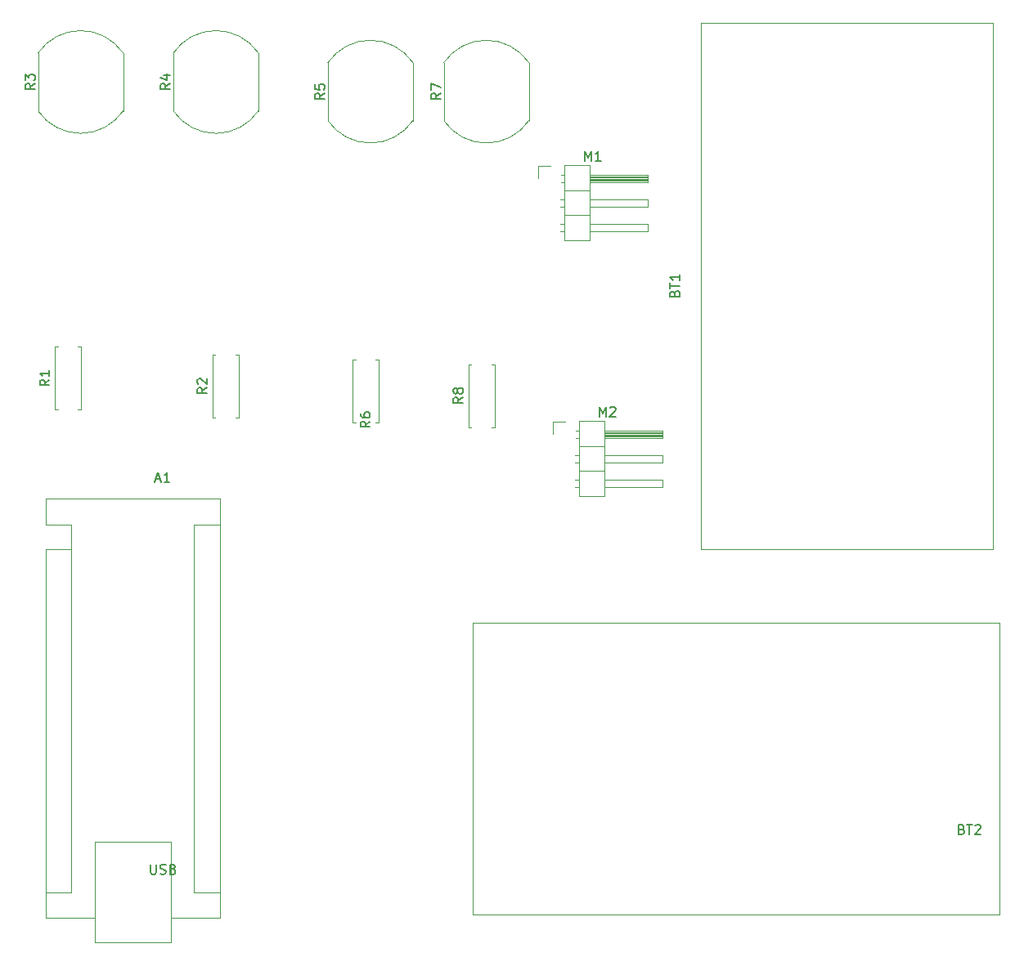
<source format=gbr>
%TF.GenerationSoftware,KiCad,Pcbnew,8.0.8*%
%TF.CreationDate,2025-10-11T21:39:39+03:00*%
%TF.ProjectId,Dual solar tracking system before routing Austin,4475616c-2073-46f6-9c61-722074726163,rev?*%
%TF.SameCoordinates,Original*%
%TF.FileFunction,Legend,Top*%
%TF.FilePolarity,Positive*%
%FSLAX46Y46*%
G04 Gerber Fmt 4.6, Leading zero omitted, Abs format (unit mm)*
G04 Created by KiCad (PCBNEW 8.0.8) date 2025-10-11 21:39:39*
%MOMM*%
%LPD*%
G01*
G04 APERTURE LIST*
%ADD10C,0.150000*%
%ADD11C,0.120000*%
G04 APERTURE END LIST*
D10*
X87274819Y-86856666D02*
X86798628Y-87189999D01*
X87274819Y-87428094D02*
X86274819Y-87428094D01*
X86274819Y-87428094D02*
X86274819Y-87047142D01*
X86274819Y-87047142D02*
X86322438Y-86951904D01*
X86322438Y-86951904D02*
X86370057Y-86904285D01*
X86370057Y-86904285D02*
X86465295Y-86856666D01*
X86465295Y-86856666D02*
X86608152Y-86856666D01*
X86608152Y-86856666D02*
X86703390Y-86904285D01*
X86703390Y-86904285D02*
X86751009Y-86951904D01*
X86751009Y-86951904D02*
X86798628Y-87047142D01*
X86798628Y-87047142D02*
X86798628Y-87428094D01*
X87274819Y-85904285D02*
X87274819Y-86475713D01*
X87274819Y-86189999D02*
X86274819Y-86189999D01*
X86274819Y-86189999D02*
X86417676Y-86285237D01*
X86417676Y-86285237D02*
X86512914Y-86380475D01*
X86512914Y-86380475D02*
X86560533Y-86475713D01*
X142700476Y-64159819D02*
X142700476Y-63159819D01*
X142700476Y-63159819D02*
X143033809Y-63874104D01*
X143033809Y-63874104D02*
X143367142Y-63159819D01*
X143367142Y-63159819D02*
X143367142Y-64159819D01*
X144367142Y-64159819D02*
X143795714Y-64159819D01*
X144081428Y-64159819D02*
X144081428Y-63159819D01*
X144081428Y-63159819D02*
X143986190Y-63302676D01*
X143986190Y-63302676D02*
X143890952Y-63397914D01*
X143890952Y-63397914D02*
X143795714Y-63445533D01*
X99754819Y-56166666D02*
X99278628Y-56499999D01*
X99754819Y-56738094D02*
X98754819Y-56738094D01*
X98754819Y-56738094D02*
X98754819Y-56357142D01*
X98754819Y-56357142D02*
X98802438Y-56261904D01*
X98802438Y-56261904D02*
X98850057Y-56214285D01*
X98850057Y-56214285D02*
X98945295Y-56166666D01*
X98945295Y-56166666D02*
X99088152Y-56166666D01*
X99088152Y-56166666D02*
X99183390Y-56214285D01*
X99183390Y-56214285D02*
X99231009Y-56261904D01*
X99231009Y-56261904D02*
X99278628Y-56357142D01*
X99278628Y-56357142D02*
X99278628Y-56738094D01*
X99088152Y-55309523D02*
X99754819Y-55309523D01*
X98707200Y-55547618D02*
X99421485Y-55785713D01*
X99421485Y-55785713D02*
X99421485Y-55166666D01*
X127754819Y-57166666D02*
X127278628Y-57499999D01*
X127754819Y-57738094D02*
X126754819Y-57738094D01*
X126754819Y-57738094D02*
X126754819Y-57357142D01*
X126754819Y-57357142D02*
X126802438Y-57261904D01*
X126802438Y-57261904D02*
X126850057Y-57214285D01*
X126850057Y-57214285D02*
X126945295Y-57166666D01*
X126945295Y-57166666D02*
X127088152Y-57166666D01*
X127088152Y-57166666D02*
X127183390Y-57214285D01*
X127183390Y-57214285D02*
X127231009Y-57261904D01*
X127231009Y-57261904D02*
X127278628Y-57357142D01*
X127278628Y-57357142D02*
X127278628Y-57738094D01*
X126754819Y-56833332D02*
X126754819Y-56166666D01*
X126754819Y-56166666D02*
X127754819Y-56595237D01*
X120454819Y-91166666D02*
X119978628Y-91499999D01*
X120454819Y-91738094D02*
X119454819Y-91738094D01*
X119454819Y-91738094D02*
X119454819Y-91357142D01*
X119454819Y-91357142D02*
X119502438Y-91261904D01*
X119502438Y-91261904D02*
X119550057Y-91214285D01*
X119550057Y-91214285D02*
X119645295Y-91166666D01*
X119645295Y-91166666D02*
X119788152Y-91166666D01*
X119788152Y-91166666D02*
X119883390Y-91214285D01*
X119883390Y-91214285D02*
X119931009Y-91261904D01*
X119931009Y-91261904D02*
X119978628Y-91357142D01*
X119978628Y-91357142D02*
X119978628Y-91738094D01*
X119454819Y-90309523D02*
X119454819Y-90499999D01*
X119454819Y-90499999D02*
X119502438Y-90595237D01*
X119502438Y-90595237D02*
X119550057Y-90642856D01*
X119550057Y-90642856D02*
X119692914Y-90738094D01*
X119692914Y-90738094D02*
X119883390Y-90785713D01*
X119883390Y-90785713D02*
X120264342Y-90785713D01*
X120264342Y-90785713D02*
X120359580Y-90738094D01*
X120359580Y-90738094D02*
X120407200Y-90690475D01*
X120407200Y-90690475D02*
X120454819Y-90595237D01*
X120454819Y-90595237D02*
X120454819Y-90404761D01*
X120454819Y-90404761D02*
X120407200Y-90309523D01*
X120407200Y-90309523D02*
X120359580Y-90261904D01*
X120359580Y-90261904D02*
X120264342Y-90214285D01*
X120264342Y-90214285D02*
X120026247Y-90214285D01*
X120026247Y-90214285D02*
X119931009Y-90261904D01*
X119931009Y-90261904D02*
X119883390Y-90309523D01*
X119883390Y-90309523D02*
X119835771Y-90404761D01*
X119835771Y-90404761D02*
X119835771Y-90595237D01*
X119835771Y-90595237D02*
X119883390Y-90690475D01*
X119883390Y-90690475D02*
X119931009Y-90738094D01*
X119931009Y-90738094D02*
X120026247Y-90785713D01*
X130084819Y-88666666D02*
X129608628Y-88999999D01*
X130084819Y-89238094D02*
X129084819Y-89238094D01*
X129084819Y-89238094D02*
X129084819Y-88857142D01*
X129084819Y-88857142D02*
X129132438Y-88761904D01*
X129132438Y-88761904D02*
X129180057Y-88714285D01*
X129180057Y-88714285D02*
X129275295Y-88666666D01*
X129275295Y-88666666D02*
X129418152Y-88666666D01*
X129418152Y-88666666D02*
X129513390Y-88714285D01*
X129513390Y-88714285D02*
X129561009Y-88761904D01*
X129561009Y-88761904D02*
X129608628Y-88857142D01*
X129608628Y-88857142D02*
X129608628Y-89238094D01*
X129513390Y-88095237D02*
X129465771Y-88190475D01*
X129465771Y-88190475D02*
X129418152Y-88238094D01*
X129418152Y-88238094D02*
X129322914Y-88285713D01*
X129322914Y-88285713D02*
X129275295Y-88285713D01*
X129275295Y-88285713D02*
X129180057Y-88238094D01*
X129180057Y-88238094D02*
X129132438Y-88190475D01*
X129132438Y-88190475D02*
X129084819Y-88095237D01*
X129084819Y-88095237D02*
X129084819Y-87904761D01*
X129084819Y-87904761D02*
X129132438Y-87809523D01*
X129132438Y-87809523D02*
X129180057Y-87761904D01*
X129180057Y-87761904D02*
X129275295Y-87714285D01*
X129275295Y-87714285D02*
X129322914Y-87714285D01*
X129322914Y-87714285D02*
X129418152Y-87761904D01*
X129418152Y-87761904D02*
X129465771Y-87809523D01*
X129465771Y-87809523D02*
X129513390Y-87904761D01*
X129513390Y-87904761D02*
X129513390Y-88095237D01*
X129513390Y-88095237D02*
X129561009Y-88190475D01*
X129561009Y-88190475D02*
X129608628Y-88238094D01*
X129608628Y-88238094D02*
X129703866Y-88285713D01*
X129703866Y-88285713D02*
X129894342Y-88285713D01*
X129894342Y-88285713D02*
X129989580Y-88238094D01*
X129989580Y-88238094D02*
X130037200Y-88190475D01*
X130037200Y-88190475D02*
X130084819Y-88095237D01*
X130084819Y-88095237D02*
X130084819Y-87904761D01*
X130084819Y-87904761D02*
X130037200Y-87809523D01*
X130037200Y-87809523D02*
X129989580Y-87761904D01*
X129989580Y-87761904D02*
X129894342Y-87714285D01*
X129894342Y-87714285D02*
X129703866Y-87714285D01*
X129703866Y-87714285D02*
X129608628Y-87761904D01*
X129608628Y-87761904D02*
X129561009Y-87809523D01*
X129561009Y-87809523D02*
X129513390Y-87904761D01*
X103584819Y-87666666D02*
X103108628Y-87999999D01*
X103584819Y-88238094D02*
X102584819Y-88238094D01*
X102584819Y-88238094D02*
X102584819Y-87857142D01*
X102584819Y-87857142D02*
X102632438Y-87761904D01*
X102632438Y-87761904D02*
X102680057Y-87714285D01*
X102680057Y-87714285D02*
X102775295Y-87666666D01*
X102775295Y-87666666D02*
X102918152Y-87666666D01*
X102918152Y-87666666D02*
X103013390Y-87714285D01*
X103013390Y-87714285D02*
X103061009Y-87761904D01*
X103061009Y-87761904D02*
X103108628Y-87857142D01*
X103108628Y-87857142D02*
X103108628Y-88238094D01*
X102680057Y-87285713D02*
X102632438Y-87238094D01*
X102632438Y-87238094D02*
X102584819Y-87142856D01*
X102584819Y-87142856D02*
X102584819Y-86904761D01*
X102584819Y-86904761D02*
X102632438Y-86809523D01*
X102632438Y-86809523D02*
X102680057Y-86761904D01*
X102680057Y-86761904D02*
X102775295Y-86714285D01*
X102775295Y-86714285D02*
X102870533Y-86714285D01*
X102870533Y-86714285D02*
X103013390Y-86761904D01*
X103013390Y-86761904D02*
X103584819Y-87333332D01*
X103584819Y-87333332D02*
X103584819Y-86714285D01*
X152001009Y-77915714D02*
X152048628Y-77772857D01*
X152048628Y-77772857D02*
X152096247Y-77725238D01*
X152096247Y-77725238D02*
X152191485Y-77677619D01*
X152191485Y-77677619D02*
X152334342Y-77677619D01*
X152334342Y-77677619D02*
X152429580Y-77725238D01*
X152429580Y-77725238D02*
X152477200Y-77772857D01*
X152477200Y-77772857D02*
X152524819Y-77868095D01*
X152524819Y-77868095D02*
X152524819Y-78249047D01*
X152524819Y-78249047D02*
X151524819Y-78249047D01*
X151524819Y-78249047D02*
X151524819Y-77915714D01*
X151524819Y-77915714D02*
X151572438Y-77820476D01*
X151572438Y-77820476D02*
X151620057Y-77772857D01*
X151620057Y-77772857D02*
X151715295Y-77725238D01*
X151715295Y-77725238D02*
X151810533Y-77725238D01*
X151810533Y-77725238D02*
X151905771Y-77772857D01*
X151905771Y-77772857D02*
X151953390Y-77820476D01*
X151953390Y-77820476D02*
X152001009Y-77915714D01*
X152001009Y-77915714D02*
X152001009Y-78249047D01*
X151524819Y-77391904D02*
X151524819Y-76820476D01*
X152524819Y-77106190D02*
X151524819Y-77106190D01*
X152524819Y-75963333D02*
X152524819Y-76534761D01*
X152524819Y-76249047D02*
X151524819Y-76249047D01*
X151524819Y-76249047D02*
X151667676Y-76344285D01*
X151667676Y-76344285D02*
X151762914Y-76439523D01*
X151762914Y-76439523D02*
X151810533Y-76534761D01*
X98285714Y-97149104D02*
X98761904Y-97149104D01*
X98190476Y-97434819D02*
X98523809Y-96434819D01*
X98523809Y-96434819D02*
X98857142Y-97434819D01*
X99714285Y-97434819D02*
X99142857Y-97434819D01*
X99428571Y-97434819D02*
X99428571Y-96434819D01*
X99428571Y-96434819D02*
X99333333Y-96577676D01*
X99333333Y-96577676D02*
X99238095Y-96672914D01*
X99238095Y-96672914D02*
X99142857Y-96720533D01*
X97738095Y-137074819D02*
X97738095Y-137884342D01*
X97738095Y-137884342D02*
X97785714Y-137979580D01*
X97785714Y-137979580D02*
X97833333Y-138027200D01*
X97833333Y-138027200D02*
X97928571Y-138074819D01*
X97928571Y-138074819D02*
X98119047Y-138074819D01*
X98119047Y-138074819D02*
X98214285Y-138027200D01*
X98214285Y-138027200D02*
X98261904Y-137979580D01*
X98261904Y-137979580D02*
X98309523Y-137884342D01*
X98309523Y-137884342D02*
X98309523Y-137074819D01*
X98738095Y-138027200D02*
X98880952Y-138074819D01*
X98880952Y-138074819D02*
X99119047Y-138074819D01*
X99119047Y-138074819D02*
X99214285Y-138027200D01*
X99214285Y-138027200D02*
X99261904Y-137979580D01*
X99261904Y-137979580D02*
X99309523Y-137884342D01*
X99309523Y-137884342D02*
X99309523Y-137789104D01*
X99309523Y-137789104D02*
X99261904Y-137693866D01*
X99261904Y-137693866D02*
X99214285Y-137646247D01*
X99214285Y-137646247D02*
X99119047Y-137598628D01*
X99119047Y-137598628D02*
X98928571Y-137551009D01*
X98928571Y-137551009D02*
X98833333Y-137503390D01*
X98833333Y-137503390D02*
X98785714Y-137455771D01*
X98785714Y-137455771D02*
X98738095Y-137360533D01*
X98738095Y-137360533D02*
X98738095Y-137265295D01*
X98738095Y-137265295D02*
X98785714Y-137170057D01*
X98785714Y-137170057D02*
X98833333Y-137122438D01*
X98833333Y-137122438D02*
X98928571Y-137074819D01*
X98928571Y-137074819D02*
X99166666Y-137074819D01*
X99166666Y-137074819D02*
X99309523Y-137122438D01*
X100071428Y-137551009D02*
X100214285Y-137598628D01*
X100214285Y-137598628D02*
X100261904Y-137646247D01*
X100261904Y-137646247D02*
X100309523Y-137741485D01*
X100309523Y-137741485D02*
X100309523Y-137884342D01*
X100309523Y-137884342D02*
X100261904Y-137979580D01*
X100261904Y-137979580D02*
X100214285Y-138027200D01*
X100214285Y-138027200D02*
X100119047Y-138074819D01*
X100119047Y-138074819D02*
X99738095Y-138074819D01*
X99738095Y-138074819D02*
X99738095Y-137074819D01*
X99738095Y-137074819D02*
X100071428Y-137074819D01*
X100071428Y-137074819D02*
X100166666Y-137122438D01*
X100166666Y-137122438D02*
X100214285Y-137170057D01*
X100214285Y-137170057D02*
X100261904Y-137265295D01*
X100261904Y-137265295D02*
X100261904Y-137360533D01*
X100261904Y-137360533D02*
X100214285Y-137455771D01*
X100214285Y-137455771D02*
X100166666Y-137503390D01*
X100166666Y-137503390D02*
X100071428Y-137551009D01*
X100071428Y-137551009D02*
X99738095Y-137551009D01*
X144200476Y-90659819D02*
X144200476Y-89659819D01*
X144200476Y-89659819D02*
X144533809Y-90374104D01*
X144533809Y-90374104D02*
X144867142Y-89659819D01*
X144867142Y-89659819D02*
X144867142Y-90659819D01*
X145295714Y-89755057D02*
X145343333Y-89707438D01*
X145343333Y-89707438D02*
X145438571Y-89659819D01*
X145438571Y-89659819D02*
X145676666Y-89659819D01*
X145676666Y-89659819D02*
X145771904Y-89707438D01*
X145771904Y-89707438D02*
X145819523Y-89755057D01*
X145819523Y-89755057D02*
X145867142Y-89850295D01*
X145867142Y-89850295D02*
X145867142Y-89945533D01*
X145867142Y-89945533D02*
X145819523Y-90088390D01*
X145819523Y-90088390D02*
X145248095Y-90659819D01*
X145248095Y-90659819D02*
X145867142Y-90659819D01*
X85754819Y-56166666D02*
X85278628Y-56499999D01*
X85754819Y-56738094D02*
X84754819Y-56738094D01*
X84754819Y-56738094D02*
X84754819Y-56357142D01*
X84754819Y-56357142D02*
X84802438Y-56261904D01*
X84802438Y-56261904D02*
X84850057Y-56214285D01*
X84850057Y-56214285D02*
X84945295Y-56166666D01*
X84945295Y-56166666D02*
X85088152Y-56166666D01*
X85088152Y-56166666D02*
X85183390Y-56214285D01*
X85183390Y-56214285D02*
X85231009Y-56261904D01*
X85231009Y-56261904D02*
X85278628Y-56357142D01*
X85278628Y-56357142D02*
X85278628Y-56738094D01*
X84754819Y-55833332D02*
X84754819Y-55214285D01*
X84754819Y-55214285D02*
X85135771Y-55547618D01*
X85135771Y-55547618D02*
X85135771Y-55404761D01*
X85135771Y-55404761D02*
X85183390Y-55309523D01*
X85183390Y-55309523D02*
X85231009Y-55261904D01*
X85231009Y-55261904D02*
X85326247Y-55214285D01*
X85326247Y-55214285D02*
X85564342Y-55214285D01*
X85564342Y-55214285D02*
X85659580Y-55261904D01*
X85659580Y-55261904D02*
X85707200Y-55309523D01*
X85707200Y-55309523D02*
X85754819Y-55404761D01*
X85754819Y-55404761D02*
X85754819Y-55690475D01*
X85754819Y-55690475D02*
X85707200Y-55785713D01*
X85707200Y-55785713D02*
X85659580Y-55833332D01*
X115754819Y-57166666D02*
X115278628Y-57499999D01*
X115754819Y-57738094D02*
X114754819Y-57738094D01*
X114754819Y-57738094D02*
X114754819Y-57357142D01*
X114754819Y-57357142D02*
X114802438Y-57261904D01*
X114802438Y-57261904D02*
X114850057Y-57214285D01*
X114850057Y-57214285D02*
X114945295Y-57166666D01*
X114945295Y-57166666D02*
X115088152Y-57166666D01*
X115088152Y-57166666D02*
X115183390Y-57214285D01*
X115183390Y-57214285D02*
X115231009Y-57261904D01*
X115231009Y-57261904D02*
X115278628Y-57357142D01*
X115278628Y-57357142D02*
X115278628Y-57738094D01*
X114754819Y-56261904D02*
X114754819Y-56738094D01*
X114754819Y-56738094D02*
X115231009Y-56785713D01*
X115231009Y-56785713D02*
X115183390Y-56738094D01*
X115183390Y-56738094D02*
X115135771Y-56642856D01*
X115135771Y-56642856D02*
X115135771Y-56404761D01*
X115135771Y-56404761D02*
X115183390Y-56309523D01*
X115183390Y-56309523D02*
X115231009Y-56261904D01*
X115231009Y-56261904D02*
X115326247Y-56214285D01*
X115326247Y-56214285D02*
X115564342Y-56214285D01*
X115564342Y-56214285D02*
X115659580Y-56261904D01*
X115659580Y-56261904D02*
X115707200Y-56309523D01*
X115707200Y-56309523D02*
X115754819Y-56404761D01*
X115754819Y-56404761D02*
X115754819Y-56642856D01*
X115754819Y-56642856D02*
X115707200Y-56738094D01*
X115707200Y-56738094D02*
X115659580Y-56785713D01*
X181714285Y-133431009D02*
X181857142Y-133478628D01*
X181857142Y-133478628D02*
X181904761Y-133526247D01*
X181904761Y-133526247D02*
X181952380Y-133621485D01*
X181952380Y-133621485D02*
X181952380Y-133764342D01*
X181952380Y-133764342D02*
X181904761Y-133859580D01*
X181904761Y-133859580D02*
X181857142Y-133907200D01*
X181857142Y-133907200D02*
X181761904Y-133954819D01*
X181761904Y-133954819D02*
X181380952Y-133954819D01*
X181380952Y-133954819D02*
X181380952Y-132954819D01*
X181380952Y-132954819D02*
X181714285Y-132954819D01*
X181714285Y-132954819D02*
X181809523Y-133002438D01*
X181809523Y-133002438D02*
X181857142Y-133050057D01*
X181857142Y-133050057D02*
X181904761Y-133145295D01*
X181904761Y-133145295D02*
X181904761Y-133240533D01*
X181904761Y-133240533D02*
X181857142Y-133335771D01*
X181857142Y-133335771D02*
X181809523Y-133383390D01*
X181809523Y-133383390D02*
X181714285Y-133431009D01*
X181714285Y-133431009D02*
X181380952Y-133431009D01*
X182238095Y-132954819D02*
X182809523Y-132954819D01*
X182523809Y-133954819D02*
X182523809Y-132954819D01*
X183095238Y-133050057D02*
X183142857Y-133002438D01*
X183142857Y-133002438D02*
X183238095Y-132954819D01*
X183238095Y-132954819D02*
X183476190Y-132954819D01*
X183476190Y-132954819D02*
X183571428Y-133002438D01*
X183571428Y-133002438D02*
X183619047Y-133050057D01*
X183619047Y-133050057D02*
X183666666Y-133145295D01*
X183666666Y-133145295D02*
X183666666Y-133240533D01*
X183666666Y-133240533D02*
X183619047Y-133383390D01*
X183619047Y-133383390D02*
X183047619Y-133954819D01*
X183047619Y-133954819D02*
X183666666Y-133954819D01*
D11*
%TO.C,R1*%
X87820000Y-83420000D02*
X88150000Y-83420000D01*
X87820000Y-89960000D02*
X87820000Y-83420000D01*
X88150000Y-89960000D02*
X87820000Y-89960000D01*
X90230000Y-89960000D02*
X90560000Y-89960000D01*
X90560000Y-83420000D02*
X90230000Y-83420000D01*
X90560000Y-89960000D02*
X90560000Y-83420000D01*
%TO.C,M1*%
X137855000Y-64705000D02*
X139125000Y-64705000D01*
X137855000Y-65975000D02*
X137855000Y-64705000D01*
X140167929Y-68135000D02*
X140565000Y-68135000D01*
X140167929Y-68895000D02*
X140565000Y-68895000D01*
X140167929Y-70675000D02*
X140565000Y-70675000D01*
X140167929Y-71435000D02*
X140565000Y-71435000D01*
X140235000Y-65595000D02*
X140565000Y-65595000D01*
X140235000Y-66355000D02*
X140565000Y-66355000D01*
X140565000Y-64645000D02*
X140565000Y-72385000D01*
X140565000Y-67245000D02*
X143225000Y-67245000D01*
X140565000Y-69785000D02*
X143225000Y-69785000D01*
X140565000Y-72385000D02*
X143225000Y-72385000D01*
X143225000Y-64645000D02*
X140565000Y-64645000D01*
X143225000Y-65595000D02*
X149225000Y-65595000D01*
X143225000Y-65655000D02*
X149225000Y-65655000D01*
X143225000Y-65775000D02*
X149225000Y-65775000D01*
X143225000Y-65895000D02*
X149225000Y-65895000D01*
X143225000Y-66015000D02*
X149225000Y-66015000D01*
X143225000Y-66135000D02*
X149225000Y-66135000D01*
X143225000Y-66255000D02*
X149225000Y-66255000D01*
X143225000Y-68135000D02*
X149225000Y-68135000D01*
X143225000Y-70675000D02*
X149225000Y-70675000D01*
X143225000Y-72385000D02*
X143225000Y-64645000D01*
X149225000Y-65595000D02*
X149225000Y-66355000D01*
X149225000Y-66355000D02*
X143225000Y-66355000D01*
X149225000Y-68135000D02*
X149225000Y-68895000D01*
X149225000Y-68895000D02*
X143225000Y-68895000D01*
X149225000Y-70675000D02*
X149225000Y-71435000D01*
X149225000Y-71435000D02*
X143225000Y-71435000D01*
%TO.C,R4*%
X100100000Y-59000000D02*
X100100000Y-53000000D01*
X108900000Y-59000000D02*
X108900000Y-53000000D01*
X100100000Y-53000000D02*
G75*
G02*
X108877560Y-52967350I4400000J-3000000D01*
G01*
X108900000Y-59000000D02*
G75*
G02*
X100122440Y-59032650I-4400000J3000000D01*
G01*
%TO.C,R7*%
X128100000Y-60000000D02*
X128100000Y-54000000D01*
X136900000Y-60000000D02*
X136900000Y-54000000D01*
X128100000Y-54000000D02*
G75*
G02*
X136877560Y-53967350I4400000J-3000000D01*
G01*
X136900000Y-60000000D02*
G75*
G02*
X128122440Y-60032650I-4400000J3000000D01*
G01*
%TO.C,R6*%
X118630000Y-84730000D02*
X118960000Y-84730000D01*
X118630000Y-91270000D02*
X118630000Y-84730000D01*
X118960000Y-91270000D02*
X118630000Y-91270000D01*
X121040000Y-91270000D02*
X121370000Y-91270000D01*
X121370000Y-84730000D02*
X121040000Y-84730000D01*
X121370000Y-91270000D02*
X121370000Y-84730000D01*
%TO.C,R8*%
X130630000Y-85230000D02*
X130960000Y-85230000D01*
X130630000Y-91770000D02*
X130630000Y-85230000D01*
X130960000Y-91770000D02*
X130630000Y-91770000D01*
X133040000Y-91770000D02*
X133370000Y-91770000D01*
X133370000Y-85230000D02*
X133040000Y-85230000D01*
X133370000Y-91770000D02*
X133370000Y-85230000D01*
%TO.C,R2*%
X104130000Y-84230000D02*
X104460000Y-84230000D01*
X104130000Y-90770000D02*
X104130000Y-84230000D01*
X104460000Y-90770000D02*
X104130000Y-90770000D01*
X106540000Y-90770000D02*
X106870000Y-90770000D01*
X106870000Y-84230000D02*
X106540000Y-84230000D01*
X106870000Y-90770000D02*
X106870000Y-84230000D01*
%TO.C,BT1*%
X154750000Y-49900000D02*
X184950000Y-49900000D01*
X154750000Y-104400000D02*
X154750000Y-49900000D01*
X184950000Y-49900000D02*
X184950000Y-104400000D01*
X184950000Y-104400000D02*
X154750000Y-104400000D01*
%TO.C,A1*%
X86860000Y-99160000D02*
X86860000Y-101830000D01*
X86860000Y-104370000D02*
X86860000Y-142600000D01*
X86860000Y-142600000D02*
X91940000Y-142600000D01*
X89530000Y-101830000D02*
X86860000Y-101830000D01*
X89530000Y-104370000D02*
X86860000Y-104370000D01*
X89530000Y-104370000D02*
X89530000Y-101830000D01*
X89530000Y-104370000D02*
X89530000Y-139930000D01*
X89530000Y-139930000D02*
X86860000Y-139930000D01*
X91940000Y-134720000D02*
X99820000Y-134720000D01*
X91940000Y-145140000D02*
X91940000Y-134720000D01*
X99820000Y-134720000D02*
X99820000Y-145140000D01*
X99820000Y-145140000D02*
X91940000Y-145140000D01*
X102230000Y-101830000D02*
X102230000Y-139930000D01*
X102230000Y-101830000D02*
X104900000Y-101830000D01*
X102230000Y-139930000D02*
X104900000Y-139930000D01*
X104900000Y-99160000D02*
X86860000Y-99160000D01*
X104900000Y-142600000D02*
X99820000Y-142600000D01*
X104900000Y-142600000D02*
X104900000Y-99160000D01*
%TO.C,M2*%
X139355000Y-91205000D02*
X140625000Y-91205000D01*
X139355000Y-92475000D02*
X139355000Y-91205000D01*
X141667929Y-94635000D02*
X142065000Y-94635000D01*
X141667929Y-95395000D02*
X142065000Y-95395000D01*
X141667929Y-97175000D02*
X142065000Y-97175000D01*
X141667929Y-97935000D02*
X142065000Y-97935000D01*
X141735000Y-92095000D02*
X142065000Y-92095000D01*
X141735000Y-92855000D02*
X142065000Y-92855000D01*
X142065000Y-91145000D02*
X142065000Y-98885000D01*
X142065000Y-93745000D02*
X144725000Y-93745000D01*
X142065000Y-96285000D02*
X144725000Y-96285000D01*
X142065000Y-98885000D02*
X144725000Y-98885000D01*
X144725000Y-91145000D02*
X142065000Y-91145000D01*
X144725000Y-92095000D02*
X150725000Y-92095000D01*
X144725000Y-92155000D02*
X150725000Y-92155000D01*
X144725000Y-92275000D02*
X150725000Y-92275000D01*
X144725000Y-92395000D02*
X150725000Y-92395000D01*
X144725000Y-92515000D02*
X150725000Y-92515000D01*
X144725000Y-92635000D02*
X150725000Y-92635000D01*
X144725000Y-92755000D02*
X150725000Y-92755000D01*
X144725000Y-94635000D02*
X150725000Y-94635000D01*
X144725000Y-97175000D02*
X150725000Y-97175000D01*
X144725000Y-98885000D02*
X144725000Y-91145000D01*
X150725000Y-92095000D02*
X150725000Y-92855000D01*
X150725000Y-92855000D02*
X144725000Y-92855000D01*
X150725000Y-94635000D02*
X150725000Y-95395000D01*
X150725000Y-95395000D02*
X144725000Y-95395000D01*
X150725000Y-97175000D02*
X150725000Y-97935000D01*
X150725000Y-97935000D02*
X144725000Y-97935000D01*
%TO.C,R3*%
X86100000Y-59000000D02*
X86100000Y-53000000D01*
X94900000Y-59000000D02*
X94900000Y-53000000D01*
X86100000Y-53000000D02*
G75*
G02*
X94877560Y-52967350I4400000J-3000000D01*
G01*
X94900000Y-59000000D02*
G75*
G02*
X86122440Y-59032650I-4400000J3000000D01*
G01*
%TO.C,R5*%
X116100000Y-60000000D02*
X116100000Y-54000000D01*
X124900000Y-60000000D02*
X124900000Y-54000000D01*
X116100000Y-54000000D02*
G75*
G02*
X124877560Y-53967350I4400000J-3000000D01*
G01*
X124900000Y-60000000D02*
G75*
G02*
X116122440Y-60032650I-4400000J3000000D01*
G01*
%TO.C,BT2*%
X131100000Y-112050000D02*
X185600000Y-112050000D01*
X131100000Y-142250000D02*
X131100000Y-112050000D01*
X185600000Y-112050000D02*
X185600000Y-142250000D01*
X185600000Y-142250000D02*
X131100000Y-142250000D01*
%TD*%
M02*

</source>
